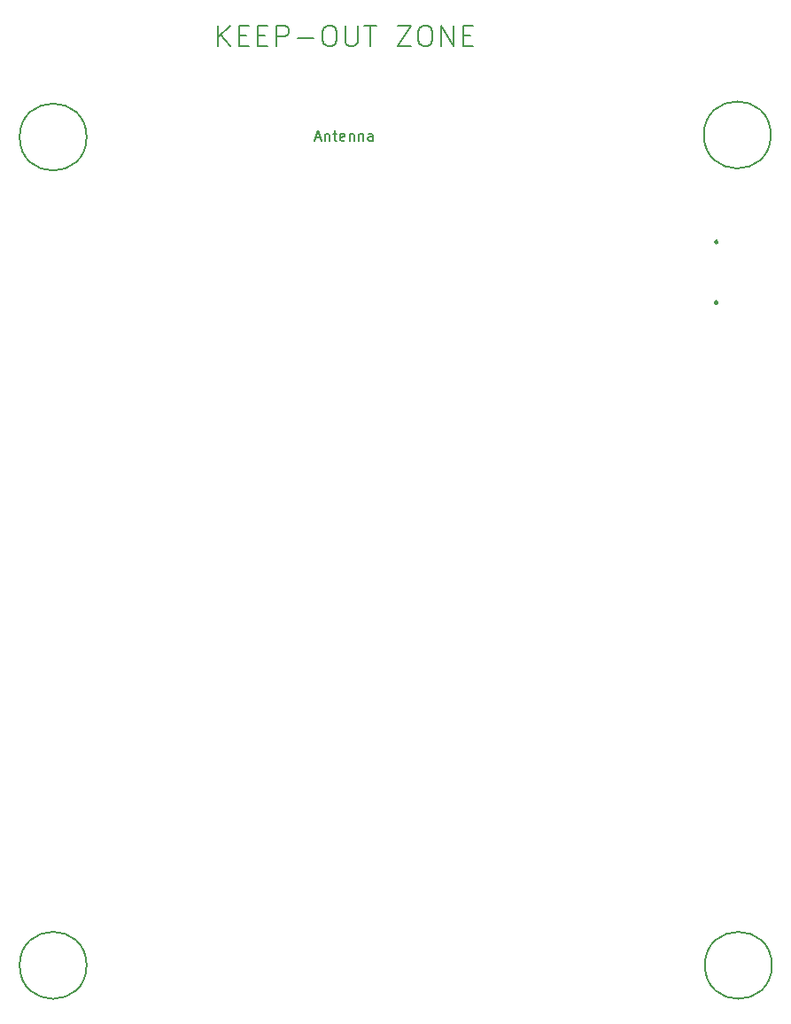
<source format=gbr>
G04 #@! TF.GenerationSoftware,KiCad,Pcbnew,8.0.4*
G04 #@! TF.CreationDate,2025-04-22T11:47:14+02:00*
G04 #@! TF.ProjectId,MarvinProjekt,4d617276-696e-4507-926f-6a656b742e6b,rev?*
G04 #@! TF.SameCoordinates,Original*
G04 #@! TF.FileFunction,Other,Comment*
%FSLAX46Y46*%
G04 Gerber Fmt 4.6, Leading zero omitted, Abs format (unit mm)*
G04 Created by KiCad (PCBNEW 8.0.4) date 2025-04-22 11:47:14*
%MOMM*%
%LPD*%
G01*
G04 APERTURE LIST*
%ADD10C,0.150000*%
%ADD11C,0.250000*%
G04 APERTURE END LIST*
D10*
X106457142Y-77937438D02*
X106457142Y-75937438D01*
X107599999Y-77937438D02*
X106742856Y-76794580D01*
X107599999Y-75937438D02*
X106457142Y-77080295D01*
X108457142Y-76889819D02*
X109123809Y-76889819D01*
X109409523Y-77937438D02*
X108457142Y-77937438D01*
X108457142Y-77937438D02*
X108457142Y-75937438D01*
X108457142Y-75937438D02*
X109409523Y-75937438D01*
X110266666Y-76889819D02*
X110933333Y-76889819D01*
X111219047Y-77937438D02*
X110266666Y-77937438D01*
X110266666Y-77937438D02*
X110266666Y-75937438D01*
X110266666Y-75937438D02*
X111219047Y-75937438D01*
X112076190Y-77937438D02*
X112076190Y-75937438D01*
X112076190Y-75937438D02*
X112838095Y-75937438D01*
X112838095Y-75937438D02*
X113028571Y-76032676D01*
X113028571Y-76032676D02*
X113123809Y-76127914D01*
X113123809Y-76127914D02*
X113219047Y-76318390D01*
X113219047Y-76318390D02*
X113219047Y-76604104D01*
X113219047Y-76604104D02*
X113123809Y-76794580D01*
X113123809Y-76794580D02*
X113028571Y-76889819D01*
X113028571Y-76889819D02*
X112838095Y-76985057D01*
X112838095Y-76985057D02*
X112076190Y-76985057D01*
X114076190Y-77175533D02*
X115600000Y-77175533D01*
X116933332Y-75937438D02*
X117314285Y-75937438D01*
X117314285Y-75937438D02*
X117504761Y-76032676D01*
X117504761Y-76032676D02*
X117695237Y-76223152D01*
X117695237Y-76223152D02*
X117790475Y-76604104D01*
X117790475Y-76604104D02*
X117790475Y-77270771D01*
X117790475Y-77270771D02*
X117695237Y-77651723D01*
X117695237Y-77651723D02*
X117504761Y-77842200D01*
X117504761Y-77842200D02*
X117314285Y-77937438D01*
X117314285Y-77937438D02*
X116933332Y-77937438D01*
X116933332Y-77937438D02*
X116742856Y-77842200D01*
X116742856Y-77842200D02*
X116552380Y-77651723D01*
X116552380Y-77651723D02*
X116457142Y-77270771D01*
X116457142Y-77270771D02*
X116457142Y-76604104D01*
X116457142Y-76604104D02*
X116552380Y-76223152D01*
X116552380Y-76223152D02*
X116742856Y-76032676D01*
X116742856Y-76032676D02*
X116933332Y-75937438D01*
X118647618Y-75937438D02*
X118647618Y-77556485D01*
X118647618Y-77556485D02*
X118742856Y-77746961D01*
X118742856Y-77746961D02*
X118838094Y-77842200D01*
X118838094Y-77842200D02*
X119028570Y-77937438D01*
X119028570Y-77937438D02*
X119409523Y-77937438D01*
X119409523Y-77937438D02*
X119599999Y-77842200D01*
X119599999Y-77842200D02*
X119695237Y-77746961D01*
X119695237Y-77746961D02*
X119790475Y-77556485D01*
X119790475Y-77556485D02*
X119790475Y-75937438D01*
X120457142Y-75937438D02*
X121599999Y-75937438D01*
X121028570Y-77937438D02*
X121028570Y-75937438D01*
X123600000Y-75937438D02*
X124933333Y-75937438D01*
X124933333Y-75937438D02*
X123600000Y-77937438D01*
X123600000Y-77937438D02*
X124933333Y-77937438D01*
X126076190Y-75937438D02*
X126457143Y-75937438D01*
X126457143Y-75937438D02*
X126647619Y-76032676D01*
X126647619Y-76032676D02*
X126838095Y-76223152D01*
X126838095Y-76223152D02*
X126933333Y-76604104D01*
X126933333Y-76604104D02*
X126933333Y-77270771D01*
X126933333Y-77270771D02*
X126838095Y-77651723D01*
X126838095Y-77651723D02*
X126647619Y-77842200D01*
X126647619Y-77842200D02*
X126457143Y-77937438D01*
X126457143Y-77937438D02*
X126076190Y-77937438D01*
X126076190Y-77937438D02*
X125885714Y-77842200D01*
X125885714Y-77842200D02*
X125695238Y-77651723D01*
X125695238Y-77651723D02*
X125600000Y-77270771D01*
X125600000Y-77270771D02*
X125600000Y-76604104D01*
X125600000Y-76604104D02*
X125695238Y-76223152D01*
X125695238Y-76223152D02*
X125885714Y-76032676D01*
X125885714Y-76032676D02*
X126076190Y-75937438D01*
X127790476Y-77937438D02*
X127790476Y-75937438D01*
X127790476Y-75937438D02*
X128933333Y-77937438D01*
X128933333Y-77937438D02*
X128933333Y-75937438D01*
X129885714Y-76889819D02*
X130552381Y-76889819D01*
X130838095Y-77937438D02*
X129885714Y-77937438D01*
X129885714Y-77937438D02*
X129885714Y-75937438D01*
X129885714Y-75937438D02*
X130838095Y-75937438D01*
X115788095Y-86669104D02*
X116264285Y-86669104D01*
X115692857Y-86954819D02*
X116026190Y-85954819D01*
X116026190Y-85954819D02*
X116359523Y-86954819D01*
X116692857Y-86288152D02*
X116692857Y-86954819D01*
X116692857Y-86383390D02*
X116740476Y-86335771D01*
X116740476Y-86335771D02*
X116835714Y-86288152D01*
X116835714Y-86288152D02*
X116978571Y-86288152D01*
X116978571Y-86288152D02*
X117073809Y-86335771D01*
X117073809Y-86335771D02*
X117121428Y-86431009D01*
X117121428Y-86431009D02*
X117121428Y-86954819D01*
X117454762Y-86288152D02*
X117835714Y-86288152D01*
X117597619Y-85954819D02*
X117597619Y-86811961D01*
X117597619Y-86811961D02*
X117645238Y-86907200D01*
X117645238Y-86907200D02*
X117740476Y-86954819D01*
X117740476Y-86954819D02*
X117835714Y-86954819D01*
X118550000Y-86907200D02*
X118454762Y-86954819D01*
X118454762Y-86954819D02*
X118264286Y-86954819D01*
X118264286Y-86954819D02*
X118169048Y-86907200D01*
X118169048Y-86907200D02*
X118121429Y-86811961D01*
X118121429Y-86811961D02*
X118121429Y-86431009D01*
X118121429Y-86431009D02*
X118169048Y-86335771D01*
X118169048Y-86335771D02*
X118264286Y-86288152D01*
X118264286Y-86288152D02*
X118454762Y-86288152D01*
X118454762Y-86288152D02*
X118550000Y-86335771D01*
X118550000Y-86335771D02*
X118597619Y-86431009D01*
X118597619Y-86431009D02*
X118597619Y-86526247D01*
X118597619Y-86526247D02*
X118121429Y-86621485D01*
X119026191Y-86288152D02*
X119026191Y-86954819D01*
X119026191Y-86383390D02*
X119073810Y-86335771D01*
X119073810Y-86335771D02*
X119169048Y-86288152D01*
X119169048Y-86288152D02*
X119311905Y-86288152D01*
X119311905Y-86288152D02*
X119407143Y-86335771D01*
X119407143Y-86335771D02*
X119454762Y-86431009D01*
X119454762Y-86431009D02*
X119454762Y-86954819D01*
X119930953Y-86288152D02*
X119930953Y-86954819D01*
X119930953Y-86383390D02*
X119978572Y-86335771D01*
X119978572Y-86335771D02*
X120073810Y-86288152D01*
X120073810Y-86288152D02*
X120216667Y-86288152D01*
X120216667Y-86288152D02*
X120311905Y-86335771D01*
X120311905Y-86335771D02*
X120359524Y-86431009D01*
X120359524Y-86431009D02*
X120359524Y-86954819D01*
X121264286Y-86954819D02*
X121264286Y-86431009D01*
X121264286Y-86431009D02*
X121216667Y-86335771D01*
X121216667Y-86335771D02*
X121121429Y-86288152D01*
X121121429Y-86288152D02*
X120930953Y-86288152D01*
X120930953Y-86288152D02*
X120835715Y-86335771D01*
X121264286Y-86907200D02*
X121169048Y-86954819D01*
X121169048Y-86954819D02*
X120930953Y-86954819D01*
X120930953Y-86954819D02*
X120835715Y-86907200D01*
X120835715Y-86907200D02*
X120788096Y-86811961D01*
X120788096Y-86811961D02*
X120788096Y-86716723D01*
X120788096Y-86716723D02*
X120835715Y-86621485D01*
X120835715Y-86621485D02*
X120930953Y-86573866D01*
X120930953Y-86573866D02*
X121169048Y-86573866D01*
X121169048Y-86573866D02*
X121264286Y-86526247D01*
D11*
G04 #@! TO.C,X1*
X154210000Y-102410000D02*
G75*
G02*
X153970000Y-102410000I-120000J0D01*
G01*
X153970000Y-102410000D02*
G75*
G02*
X154210000Y-102410000I120000J0D01*
G01*
X154210000Y-96630000D02*
G75*
G02*
X153970000Y-96630000I-120000J0D01*
G01*
X153970000Y-96630000D02*
G75*
G02*
X154210000Y-96630000I120000J0D01*
G01*
D10*
G04 #@! TO.C,REF\u002A\u002A*
X93900000Y-86600000D02*
G75*
G02*
X87500000Y-86600000I-3200000J0D01*
G01*
X87500000Y-86600000D02*
G75*
G02*
X93900000Y-86600000I3200000J0D01*
G01*
X93900000Y-165700000D02*
G75*
G02*
X87500000Y-165700000I-3200000J0D01*
G01*
X87500000Y-165700000D02*
G75*
G02*
X93900000Y-165700000I3200000J0D01*
G01*
X159300000Y-86400000D02*
G75*
G02*
X152900000Y-86400000I-3200000J0D01*
G01*
X152900000Y-86400000D02*
G75*
G02*
X159300000Y-86400000I3200000J0D01*
G01*
X159400000Y-165700000D02*
G75*
G02*
X153000000Y-165700000I-3200000J0D01*
G01*
X153000000Y-165700000D02*
G75*
G02*
X159400000Y-165700000I3200000J0D01*
G01*
G04 #@! TD*
M02*

</source>
